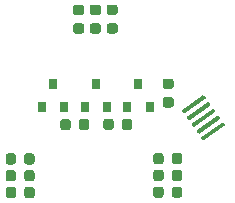
<source format=gbr>
%TF.GenerationSoftware,KiCad,Pcbnew,(5.1.6)-1*%
%TF.CreationDate,2020-12-08T12:03:19+08:00*%
%TF.ProjectId,LED_A1.0,4c45445f-4131-42e3-902e-6b696361645f,rev?*%
%TF.SameCoordinates,Original*%
%TF.FileFunction,Paste,Top*%
%TF.FilePolarity,Positive*%
%FSLAX46Y46*%
G04 Gerber Fmt 4.6, Leading zero omitted, Abs format (unit mm)*
G04 Created by KiCad (PCBNEW (5.1.6)-1) date 2020-12-08 12:03:19*
%MOMM*%
%LPD*%
G01*
G04 APERTURE LIST*
%ADD10R,0.800000X0.900000*%
G04 APERTURE END LIST*
%TO.C,R12*%
G36*
G01*
X43372750Y-27856700D02*
X42860250Y-27856700D01*
G75*
G02*
X42641500Y-27637950I0J218750D01*
G01*
X42641500Y-27200450D01*
G75*
G02*
X42860250Y-26981700I218750J0D01*
G01*
X43372750Y-26981700D01*
G75*
G02*
X43591500Y-27200450I0J-218750D01*
G01*
X43591500Y-27637950D01*
G75*
G02*
X43372750Y-27856700I-218750J0D01*
G01*
G37*
G36*
G01*
X43372750Y-29431700D02*
X42860250Y-29431700D01*
G75*
G02*
X42641500Y-29212950I0J218750D01*
G01*
X42641500Y-28775450D01*
G75*
G02*
X42860250Y-28556700I218750J0D01*
G01*
X43372750Y-28556700D01*
G75*
G02*
X43591500Y-28775450I0J-218750D01*
G01*
X43591500Y-29212950D01*
G75*
G02*
X43372750Y-29431700I-218750J0D01*
G01*
G37*
%TD*%
%TO.C,R11*%
G36*
G01*
X35567100Y-31129950D02*
X35567100Y-30617450D01*
G75*
G02*
X35785850Y-30398700I218750J0D01*
G01*
X36223350Y-30398700D01*
G75*
G02*
X36442100Y-30617450I0J-218750D01*
G01*
X36442100Y-31129950D01*
G75*
G02*
X36223350Y-31348700I-218750J0D01*
G01*
X35785850Y-31348700D01*
G75*
G02*
X35567100Y-31129950I0J218750D01*
G01*
G37*
G36*
G01*
X33992100Y-31129950D02*
X33992100Y-30617450D01*
G75*
G02*
X34210850Y-30398700I218750J0D01*
G01*
X34648350Y-30398700D01*
G75*
G02*
X34867100Y-30617450I0J-218750D01*
G01*
X34867100Y-31129950D01*
G75*
G02*
X34648350Y-31348700I-218750J0D01*
G01*
X34210850Y-31348700D01*
G75*
G02*
X33992100Y-31129950I0J218750D01*
G01*
G37*
%TD*%
%TO.C,R10*%
G36*
G01*
X39199300Y-31104550D02*
X39199300Y-30592050D01*
G75*
G02*
X39418050Y-30373300I218750J0D01*
G01*
X39855550Y-30373300D01*
G75*
G02*
X40074300Y-30592050I0J-218750D01*
G01*
X40074300Y-31104550D01*
G75*
G02*
X39855550Y-31323300I-218750J0D01*
G01*
X39418050Y-31323300D01*
G75*
G02*
X39199300Y-31104550I0J218750D01*
G01*
G37*
G36*
G01*
X37624300Y-31104550D02*
X37624300Y-30592050D01*
G75*
G02*
X37843050Y-30373300I218750J0D01*
G01*
X38280550Y-30373300D01*
G75*
G02*
X38499300Y-30592050I0J-218750D01*
G01*
X38499300Y-31104550D01*
G75*
G02*
X38280550Y-31323300I-218750J0D01*
G01*
X37843050Y-31323300D01*
G75*
G02*
X37624300Y-31104550I0J218750D01*
G01*
G37*
%TD*%
%TO.C,R9*%
G36*
G01*
X43428400Y-34012850D02*
X43428400Y-33500350D01*
G75*
G02*
X43647150Y-33281600I218750J0D01*
G01*
X44084650Y-33281600D01*
G75*
G02*
X44303400Y-33500350I0J-218750D01*
G01*
X44303400Y-34012850D01*
G75*
G02*
X44084650Y-34231600I-218750J0D01*
G01*
X43647150Y-34231600D01*
G75*
G02*
X43428400Y-34012850I0J218750D01*
G01*
G37*
G36*
G01*
X41853400Y-34012850D02*
X41853400Y-33500350D01*
G75*
G02*
X42072150Y-33281600I218750J0D01*
G01*
X42509650Y-33281600D01*
G75*
G02*
X42728400Y-33500350I0J-218750D01*
G01*
X42728400Y-34012850D01*
G75*
G02*
X42509650Y-34231600I-218750J0D01*
G01*
X42072150Y-34231600D01*
G75*
G02*
X41853400Y-34012850I0J218750D01*
G01*
G37*
%TD*%
%TO.C,R8*%
G36*
G01*
X43428400Y-36857650D02*
X43428400Y-36345150D01*
G75*
G02*
X43647150Y-36126400I218750J0D01*
G01*
X44084650Y-36126400D01*
G75*
G02*
X44303400Y-36345150I0J-218750D01*
G01*
X44303400Y-36857650D01*
G75*
G02*
X44084650Y-37076400I-218750J0D01*
G01*
X43647150Y-37076400D01*
G75*
G02*
X43428400Y-36857650I0J218750D01*
G01*
G37*
G36*
G01*
X41853400Y-36857650D02*
X41853400Y-36345150D01*
G75*
G02*
X42072150Y-36126400I218750J0D01*
G01*
X42509650Y-36126400D01*
G75*
G02*
X42728400Y-36345150I0J-218750D01*
G01*
X42728400Y-36857650D01*
G75*
G02*
X42509650Y-37076400I-218750J0D01*
G01*
X42072150Y-37076400D01*
G75*
G02*
X41853400Y-36857650I0J218750D01*
G01*
G37*
%TD*%
%TO.C,R7*%
G36*
G01*
X43428400Y-35435250D02*
X43428400Y-34922750D01*
G75*
G02*
X43647150Y-34704000I218750J0D01*
G01*
X44084650Y-34704000D01*
G75*
G02*
X44303400Y-34922750I0J-218750D01*
G01*
X44303400Y-35435250D01*
G75*
G02*
X44084650Y-35654000I-218750J0D01*
G01*
X43647150Y-35654000D01*
G75*
G02*
X43428400Y-35435250I0J218750D01*
G01*
G37*
G36*
G01*
X41853400Y-35435250D02*
X41853400Y-34922750D01*
G75*
G02*
X42072150Y-34704000I218750J0D01*
G01*
X42509650Y-34704000D01*
G75*
G02*
X42728400Y-34922750I0J-218750D01*
G01*
X42728400Y-35435250D01*
G75*
G02*
X42509650Y-35654000I-218750J0D01*
G01*
X42072150Y-35654000D01*
G75*
G02*
X41853400Y-35435250I0J218750D01*
G01*
G37*
%TD*%
%TO.C,R6*%
G36*
G01*
X30231600Y-33525750D02*
X30231600Y-34038250D01*
G75*
G02*
X30012850Y-34257000I-218750J0D01*
G01*
X29575350Y-34257000D01*
G75*
G02*
X29356600Y-34038250I0J218750D01*
G01*
X29356600Y-33525750D01*
G75*
G02*
X29575350Y-33307000I218750J0D01*
G01*
X30012850Y-33307000D01*
G75*
G02*
X30231600Y-33525750I0J-218750D01*
G01*
G37*
G36*
G01*
X31806600Y-33525750D02*
X31806600Y-34038250D01*
G75*
G02*
X31587850Y-34257000I-218750J0D01*
G01*
X31150350Y-34257000D01*
G75*
G02*
X30931600Y-34038250I0J218750D01*
G01*
X30931600Y-33525750D01*
G75*
G02*
X31150350Y-33307000I218750J0D01*
G01*
X31587850Y-33307000D01*
G75*
G02*
X31806600Y-33525750I0J-218750D01*
G01*
G37*
%TD*%
%TO.C,R5*%
G36*
G01*
X30231600Y-36370550D02*
X30231600Y-36883050D01*
G75*
G02*
X30012850Y-37101800I-218750J0D01*
G01*
X29575350Y-37101800D01*
G75*
G02*
X29356600Y-36883050I0J218750D01*
G01*
X29356600Y-36370550D01*
G75*
G02*
X29575350Y-36151800I218750J0D01*
G01*
X30012850Y-36151800D01*
G75*
G02*
X30231600Y-36370550I0J-218750D01*
G01*
G37*
G36*
G01*
X31806600Y-36370550D02*
X31806600Y-36883050D01*
G75*
G02*
X31587850Y-37101800I-218750J0D01*
G01*
X31150350Y-37101800D01*
G75*
G02*
X30931600Y-36883050I0J218750D01*
G01*
X30931600Y-36370550D01*
G75*
G02*
X31150350Y-36151800I218750J0D01*
G01*
X31587850Y-36151800D01*
G75*
G02*
X31806600Y-36370550I0J-218750D01*
G01*
G37*
%TD*%
%TO.C,R4*%
G36*
G01*
X30231600Y-34948150D02*
X30231600Y-35460650D01*
G75*
G02*
X30012850Y-35679400I-218750J0D01*
G01*
X29575350Y-35679400D01*
G75*
G02*
X29356600Y-35460650I0J218750D01*
G01*
X29356600Y-34948150D01*
G75*
G02*
X29575350Y-34729400I218750J0D01*
G01*
X30012850Y-34729400D01*
G75*
G02*
X30231600Y-34948150I0J-218750D01*
G01*
G37*
G36*
G01*
X31806600Y-34948150D02*
X31806600Y-35460650D01*
G75*
G02*
X31587850Y-35679400I-218750J0D01*
G01*
X31150350Y-35679400D01*
G75*
G02*
X30931600Y-35460650I0J218750D01*
G01*
X30931600Y-34948150D01*
G75*
G02*
X31150350Y-34729400I218750J0D01*
G01*
X31587850Y-34729400D01*
G75*
G02*
X31806600Y-34948150I0J-218750D01*
G01*
G37*
%TD*%
%TO.C,R3*%
G36*
G01*
X35790850Y-21595600D02*
X35278350Y-21595600D01*
G75*
G02*
X35059600Y-21376850I0J218750D01*
G01*
X35059600Y-20939350D01*
G75*
G02*
X35278350Y-20720600I218750J0D01*
G01*
X35790850Y-20720600D01*
G75*
G02*
X36009600Y-20939350I0J-218750D01*
G01*
X36009600Y-21376850D01*
G75*
G02*
X35790850Y-21595600I-218750J0D01*
G01*
G37*
G36*
G01*
X35790850Y-23170600D02*
X35278350Y-23170600D01*
G75*
G02*
X35059600Y-22951850I0J218750D01*
G01*
X35059600Y-22514350D01*
G75*
G02*
X35278350Y-22295600I218750J0D01*
G01*
X35790850Y-22295600D01*
G75*
G02*
X36009600Y-22514350I0J-218750D01*
G01*
X36009600Y-22951850D01*
G75*
G02*
X35790850Y-23170600I-218750J0D01*
G01*
G37*
%TD*%
%TO.C,R2*%
G36*
G01*
X37213250Y-21595600D02*
X36700750Y-21595600D01*
G75*
G02*
X36482000Y-21376850I0J218750D01*
G01*
X36482000Y-20939350D01*
G75*
G02*
X36700750Y-20720600I218750J0D01*
G01*
X37213250Y-20720600D01*
G75*
G02*
X37432000Y-20939350I0J-218750D01*
G01*
X37432000Y-21376850D01*
G75*
G02*
X37213250Y-21595600I-218750J0D01*
G01*
G37*
G36*
G01*
X37213250Y-23170600D02*
X36700750Y-23170600D01*
G75*
G02*
X36482000Y-22951850I0J218750D01*
G01*
X36482000Y-22514350D01*
G75*
G02*
X36700750Y-22295600I218750J0D01*
G01*
X37213250Y-22295600D01*
G75*
G02*
X37432000Y-22514350I0J-218750D01*
G01*
X37432000Y-22951850D01*
G75*
G02*
X37213250Y-23170600I-218750J0D01*
G01*
G37*
%TD*%
%TO.C,R1*%
G36*
G01*
X38635650Y-21595600D02*
X38123150Y-21595600D01*
G75*
G02*
X37904400Y-21376850I0J218750D01*
G01*
X37904400Y-20939350D01*
G75*
G02*
X38123150Y-20720600I218750J0D01*
G01*
X38635650Y-20720600D01*
G75*
G02*
X38854400Y-20939350I0J-218750D01*
G01*
X38854400Y-21376850D01*
G75*
G02*
X38635650Y-21595600I-218750J0D01*
G01*
G37*
G36*
G01*
X38635650Y-23170600D02*
X38123150Y-23170600D01*
G75*
G02*
X37904400Y-22951850I0J218750D01*
G01*
X37904400Y-22514350D01*
G75*
G02*
X38123150Y-22295600I218750J0D01*
G01*
X38635650Y-22295600D01*
G75*
G02*
X38854400Y-22514350I0J-218750D01*
G01*
X38854400Y-22951850D01*
G75*
G02*
X38635650Y-23170600I-218750J0D01*
G01*
G37*
%TD*%
D10*
%TO.C,Q3*%
X33362900Y-27397200D03*
X34312900Y-29397200D03*
X32412900Y-29397200D03*
%TD*%
%TO.C,Q2*%
X36995100Y-27397200D03*
X37945100Y-29397200D03*
X36045100Y-29397200D03*
%TD*%
%TO.C,Q1*%
X40601900Y-27397200D03*
X41551900Y-29397200D03*
X39651900Y-29397200D03*
%TD*%
%TO.C,J1*%
G36*
G01*
X46680422Y-29266413D02*
X44939724Y-30485263D01*
G75*
G02*
X44817860Y-30463775I-50188J71676D01*
G01*
X44717484Y-30320423D01*
G75*
G02*
X44738972Y-30198559I71676J50188D01*
G01*
X46479670Y-28979709D01*
G75*
G02*
X46601534Y-29001197I50188J-71676D01*
G01*
X46701910Y-29144549D01*
G75*
G02*
X46680422Y-29266413I-71676J-50188D01*
G01*
G37*
G36*
G01*
X47081925Y-29839819D02*
X45341227Y-31058669D01*
G75*
G02*
X45219363Y-31037181I-50188J71676D01*
G01*
X45118987Y-30893829D01*
G75*
G02*
X45140475Y-30771965I71676J50188D01*
G01*
X46881173Y-29553115D01*
G75*
G02*
X47003037Y-29574603I50188J-71676D01*
G01*
X47103413Y-29717955D01*
G75*
G02*
X47081925Y-29839819I-71676J-50188D01*
G01*
G37*
G36*
G01*
X47483429Y-30413226D02*
X45742731Y-31632076D01*
G75*
G02*
X45620867Y-31610588I-50188J71676D01*
G01*
X45520491Y-31467236D01*
G75*
G02*
X45541979Y-31345372I71676J50188D01*
G01*
X47282677Y-30126522D01*
G75*
G02*
X47404541Y-30148010I50188J-71676D01*
G01*
X47504917Y-30291362D01*
G75*
G02*
X47483429Y-30413226I-71676J-50188D01*
G01*
G37*
G36*
G01*
X46278918Y-28693007D02*
X44538220Y-29911857D01*
G75*
G02*
X44416356Y-29890369I-50188J71676D01*
G01*
X44315980Y-29747017D01*
G75*
G02*
X44337468Y-29625153I71676J50188D01*
G01*
X46078166Y-28406303D01*
G75*
G02*
X46200030Y-28427791I50188J-71676D01*
G01*
X46300406Y-28571143D01*
G75*
G02*
X46278918Y-28693007I-71676J-50188D01*
G01*
G37*
G36*
G01*
X47884932Y-30986632D02*
X46144234Y-32205482D01*
G75*
G02*
X46022370Y-32183994I-50188J71676D01*
G01*
X45921994Y-32040642D01*
G75*
G02*
X45943482Y-31918778I71676J50188D01*
G01*
X47684180Y-30699928D01*
G75*
G02*
X47806044Y-30721416I50188J-71676D01*
G01*
X47906420Y-30864768D01*
G75*
G02*
X47884932Y-30986632I-71676J-50188D01*
G01*
G37*
%TD*%
M02*

</source>
